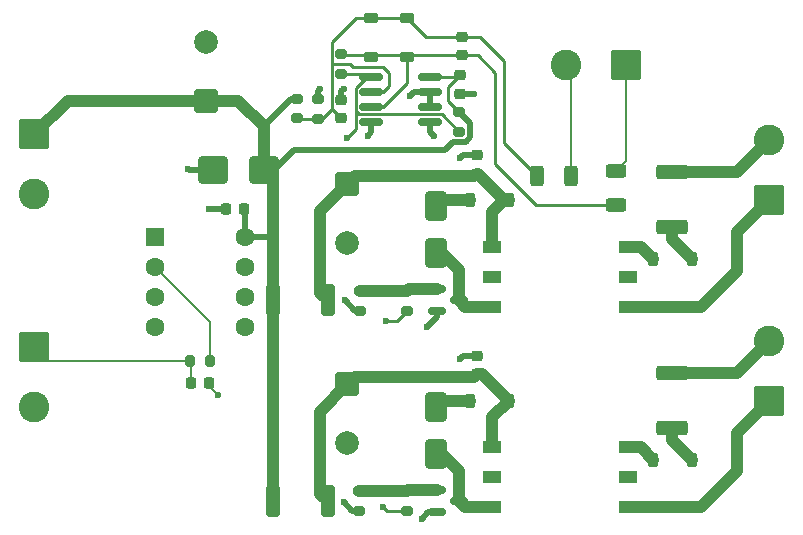
<source format=gbr>
%TF.GenerationSoftware,KiCad,Pcbnew,9.0.6*%
%TF.CreationDate,2025-12-09T22:28:09-06:00*%
%TF.ProjectId,QCW_Precharge,5143575f-5072-4656-9368-617267652e6b,rev?*%
%TF.SameCoordinates,Original*%
%TF.FileFunction,Copper,L1,Top*%
%TF.FilePolarity,Positive*%
%FSLAX46Y46*%
G04 Gerber Fmt 4.6, Leading zero omitted, Abs format (unit mm)*
G04 Created by KiCad (PCBNEW 9.0.6) date 2025-12-09 22:28:09*
%MOMM*%
%LPD*%
G01*
G04 APERTURE LIST*
G04 Aperture macros list*
%AMRoundRect*
0 Rectangle with rounded corners*
0 $1 Rounding radius*
0 $2 $3 $4 $5 $6 $7 $8 $9 X,Y pos of 4 corners*
0 Add a 4 corners polygon primitive as box body*
4,1,4,$2,$3,$4,$5,$6,$7,$8,$9,$2,$3,0*
0 Add four circle primitives for the rounded corners*
1,1,$1+$1,$2,$3*
1,1,$1+$1,$4,$5*
1,1,$1+$1,$6,$7*
1,1,$1+$1,$8,$9*
0 Add four rect primitives between the rounded corners*
20,1,$1+$1,$2,$3,$4,$5,0*
20,1,$1+$1,$4,$5,$6,$7,0*
20,1,$1+$1,$6,$7,$8,$9,0*
20,1,$1+$1,$8,$9,$2,$3,0*%
G04 Aperture macros list end*
%TA.AperFunction,SMDPad,CuDef*%
%ADD10RoundRect,0.250000X0.312500X0.625000X-0.312500X0.625000X-0.312500X-0.625000X0.312500X-0.625000X0*%
%TD*%
%TA.AperFunction,SMDPad,CuDef*%
%ADD11RoundRect,0.250000X-0.625000X0.312500X-0.625000X-0.312500X0.625000X-0.312500X0.625000X0.312500X0*%
%TD*%
%TA.AperFunction,SMDPad,CuDef*%
%ADD12R,1.600000X1.000000*%
%TD*%
%TA.AperFunction,SMDPad,CuDef*%
%ADD13RoundRect,0.225000X-0.225000X-0.250000X0.225000X-0.250000X0.225000X0.250000X-0.225000X0.250000X0*%
%TD*%
%TA.AperFunction,SMDPad,CuDef*%
%ADD14RoundRect,0.250000X0.650000X-1.000000X0.650000X1.000000X-0.650000X1.000000X-0.650000X-1.000000X0*%
%TD*%
%TA.AperFunction,ComponentPad*%
%ADD15RoundRect,0.250000X-0.750000X0.750000X-0.750000X-0.750000X0.750000X-0.750000X0.750000X0.750000X0*%
%TD*%
%TA.AperFunction,ComponentPad*%
%ADD16C,2.000000*%
%TD*%
%TA.AperFunction,SMDPad,CuDef*%
%ADD17RoundRect,0.150000X-0.825000X-0.150000X0.825000X-0.150000X0.825000X0.150000X-0.825000X0.150000X0*%
%TD*%
%TA.AperFunction,SMDPad,CuDef*%
%ADD18RoundRect,0.225000X0.250000X-0.225000X0.250000X0.225000X-0.250000X0.225000X-0.250000X-0.225000X0*%
%TD*%
%TA.AperFunction,SMDPad,CuDef*%
%ADD19RoundRect,0.200000X0.275000X-0.200000X0.275000X0.200000X-0.275000X0.200000X-0.275000X-0.200000X0*%
%TD*%
%TA.AperFunction,ComponentPad*%
%ADD20RoundRect,0.250000X1.050000X1.050000X-1.050000X1.050000X-1.050000X-1.050000X1.050000X-1.050000X0*%
%TD*%
%TA.AperFunction,ComponentPad*%
%ADD21C,2.600000*%
%TD*%
%TA.AperFunction,ComponentPad*%
%ADD22RoundRect,0.250000X-1.050000X1.050000X-1.050000X-1.050000X1.050000X-1.050000X1.050000X1.050000X0*%
%TD*%
%TA.AperFunction,SMDPad,CuDef*%
%ADD23RoundRect,0.200000X0.200000X0.275000X-0.200000X0.275000X-0.200000X-0.275000X0.200000X-0.275000X0*%
%TD*%
%TA.AperFunction,SMDPad,CuDef*%
%ADD24RoundRect,0.250000X-0.362500X-1.075000X0.362500X-1.075000X0.362500X1.075000X-0.362500X1.075000X0*%
%TD*%
%TA.AperFunction,SMDPad,CuDef*%
%ADD25RoundRect,0.250000X1.000000X0.900000X-1.000000X0.900000X-1.000000X-0.900000X1.000000X-0.900000X0*%
%TD*%
%TA.AperFunction,ComponentPad*%
%ADD26RoundRect,0.250000X0.750000X-0.750000X0.750000X0.750000X-0.750000X0.750000X-0.750000X-0.750000X0*%
%TD*%
%TA.AperFunction,SMDPad,CuDef*%
%ADD27RoundRect,0.200000X-0.275000X0.200000X-0.275000X-0.200000X0.275000X-0.200000X0.275000X0.200000X0*%
%TD*%
%TA.AperFunction,SMDPad,CuDef*%
%ADD28RoundRect,0.225000X0.225000X0.375000X-0.225000X0.375000X-0.225000X-0.375000X0.225000X-0.375000X0*%
%TD*%
%TA.AperFunction,ComponentPad*%
%ADD29RoundRect,0.250000X1.050000X-1.050000X1.050000X1.050000X-1.050000X1.050000X-1.050000X-1.050000X0*%
%TD*%
%TA.AperFunction,SMDPad,CuDef*%
%ADD30RoundRect,0.150000X-0.587500X-0.150000X0.587500X-0.150000X0.587500X0.150000X-0.587500X0.150000X0*%
%TD*%
%TA.AperFunction,ComponentPad*%
%ADD31RoundRect,0.250000X-0.550000X-0.550000X0.550000X-0.550000X0.550000X0.550000X-0.550000X0.550000X0*%
%TD*%
%TA.AperFunction,ComponentPad*%
%ADD32C,1.600000*%
%TD*%
%TA.AperFunction,SMDPad,CuDef*%
%ADD33RoundRect,0.225000X0.375000X-0.225000X0.375000X0.225000X-0.375000X0.225000X-0.375000X-0.225000X0*%
%TD*%
%TA.AperFunction,SMDPad,CuDef*%
%ADD34RoundRect,0.250000X1.075000X-0.362500X1.075000X0.362500X-1.075000X0.362500X-1.075000X-0.362500X0*%
%TD*%
%TA.AperFunction,SMDPad,CuDef*%
%ADD35RoundRect,0.225000X-0.375000X0.225000X-0.375000X-0.225000X0.375000X-0.225000X0.375000X0.225000X0*%
%TD*%
%TA.AperFunction,ViaPad*%
%ADD36C,0.600000*%
%TD*%
%TA.AperFunction,Conductor*%
%ADD37C,0.254000*%
%TD*%
%TA.AperFunction,Conductor*%
%ADD38C,0.508000*%
%TD*%
%TA.AperFunction,Conductor*%
%ADD39C,1.016000*%
%TD*%
%TA.AperFunction,Conductor*%
%ADD40C,0.200000*%
%TD*%
G04 APERTURE END LIST*
D10*
%TO.P,R2,1*%
%TO.N,Net-(J1-Pin_2)*%
X218462500Y-90000000D03*
%TO.P,R2,2*%
%TO.N,Net-(D1-A)*%
X215537500Y-90000000D03*
%TD*%
D11*
%TO.P,R1,1*%
%TO.N,Net-(J1-Pin_1)*%
X222250000Y-89537500D03*
%TO.P,R1,2*%
%TO.N,Net-(D1-K)*%
X222250000Y-92462500D03*
%TD*%
D12*
%TO.P,T2,1*%
%TO.N,Net-(D7-K)*%
X211750000Y-112960000D03*
%TO.P,T2,2*%
%TO.N,N/C*%
X211750000Y-115500000D03*
%TO.P,T2,3*%
%TO.N,Net-(D8-K)*%
X211750000Y-118040000D03*
%TO.P,T2,4*%
%TO.N,Net-(J5-Pin_1)*%
X223250000Y-118040000D03*
%TO.P,T2,5*%
%TO.N,N/C*%
X223250000Y-115500000D03*
%TO.P,T2,6*%
%TO.N,Net-(D9-A)*%
X223250000Y-112960000D03*
%TD*%
D13*
%TO.P,C4,1*%
%TO.N,GND*%
X189225000Y-92800000D03*
%TO.P,C4,2*%
%TO.N,+5V*%
X190775000Y-92800000D03*
%TD*%
D14*
%TO.P,D8,1,K*%
%TO.N,Net-(D8-K)*%
X207000000Y-113500000D03*
%TO.P,D8,2,A*%
%TO.N,Net-(D7-A)*%
X207000000Y-109500000D03*
%TD*%
D15*
%TO.P,C7,1*%
%TO.N,Net-(D5-K)*%
X199500000Y-90632323D03*
D16*
%TO.P,C7,2*%
%TO.N,GND*%
X199500000Y-95632323D03*
%TD*%
D17*
%TO.P,U3,1*%
%TO.N,ZCD_MCU*%
X201525000Y-81595000D03*
%TO.P,U3,2,-*%
%TO.N,Net-(D1-A)*%
X201525000Y-82865000D03*
%TO.P,U3,3,+*%
%TO.N,Net-(D1-K)*%
X201525000Y-84135000D03*
%TO.P,U3,4,V-*%
%TO.N,GND*%
X201525000Y-85405000D03*
%TO.P,U3,5,+*%
X206475000Y-85405000D03*
%TO.P,U3,6,-*%
X206475000Y-84135000D03*
%TO.P,U3,7*%
X206475000Y-82865000D03*
%TO.P,U3,8,V+*%
%TO.N,+5V*%
X206475000Y-81595000D03*
%TD*%
D18*
%TO.P,C2,1*%
%TO.N,GND*%
X209000000Y-83000000D03*
%TO.P,C2,2*%
%TO.N,+5V*%
X209000000Y-81450000D03*
%TD*%
D19*
%TO.P,R10,1*%
%TO.N,SCR1_MCU*%
X204562500Y-101375000D03*
%TO.P,R10,2*%
%TO.N,Net-(Q1-G)*%
X204562500Y-99725000D03*
%TD*%
D18*
%TO.P,C9,1*%
%TO.N,Net-(D7-K)*%
X210500000Y-106775000D03*
%TO.P,C9,2*%
%TO.N,GND*%
X210500000Y-105225000D03*
%TD*%
D15*
%TO.P,C10,1*%
%TO.N,Net-(D7-K)*%
X199500000Y-107632323D03*
D16*
%TO.P,C10,2*%
%TO.N,GND*%
X199500000Y-112632323D03*
%TD*%
D20*
%TO.P,J1,1,Pin_1*%
%TO.N,Net-(J1-Pin_1)*%
X223045000Y-80577500D03*
D21*
%TO.P,J1,2,Pin_2*%
%TO.N,Net-(J1-Pin_2)*%
X217965000Y-80577500D03*
%TD*%
D22*
%TO.P,J2,1,Pin_1*%
%TO.N,+5V*%
X173000000Y-86455000D03*
D21*
%TO.P,J2,2,Pin_2*%
%TO.N,GND*%
X173000000Y-91535000D03*
%TD*%
D19*
%TO.P,R12,1*%
%TO.N,SCR2_MCU*%
X204500000Y-118325000D03*
%TO.P,R12,2*%
%TO.N,Net-(Q2-G)*%
X204500000Y-116675000D03*
%TD*%
D23*
%TO.P,R15,1*%
%TO.N,Net-(U2-XTAL1{slash}PB3)*%
X187825000Y-105650000D03*
%TO.P,R15,2*%
%TO.N,Net-(J4-Pin_1)*%
X186175000Y-105650000D03*
%TD*%
D24*
%TO.P,R7,1*%
%TO.N,+5V*%
X193187500Y-100500000D03*
%TO.P,R7,2*%
%TO.N,Net-(D5-K)*%
X197812500Y-100500000D03*
%TD*%
D25*
%TO.P,D3,1,K*%
%TO.N,+5V*%
X192400000Y-89500000D03*
%TO.P,D3,2,A*%
%TO.N,GND*%
X188100000Y-89500000D03*
%TD*%
D26*
%TO.P,C5,1*%
%TO.N,+5V*%
X187500000Y-83617677D03*
D16*
%TO.P,C5,2*%
%TO.N,GND*%
X187500000Y-78617677D03*
%TD*%
D27*
%TO.P,R3,1*%
%TO.N,Net-(D1-K)*%
X198975000Y-79675000D03*
%TO.P,R3,2*%
%TO.N,ZCD_MCU*%
X198975000Y-81325000D03*
%TD*%
D28*
%TO.P,D9,1,K*%
%TO.N,Net-(D9-K)*%
X228650000Y-114000000D03*
%TO.P,D9,2,A*%
%TO.N,Net-(D9-A)*%
X225350000Y-114000000D03*
%TD*%
D22*
%TO.P,J4,1,Pin_1*%
%TO.N,Net-(J4-Pin_1)*%
X173000000Y-104420000D03*
D21*
%TO.P,J4,2,Pin_2*%
%TO.N,GND*%
X173000000Y-109500000D03*
%TD*%
D28*
%TO.P,D4,1,K*%
%TO.N,Net-(D4-K)*%
X228650000Y-97000000D03*
%TO.P,D4,2,A*%
%TO.N,Net-(D4-A)*%
X225350000Y-97000000D03*
%TD*%
D18*
%TO.P,C1,1*%
%TO.N,Net-(D1-K)*%
X209200000Y-79775000D03*
%TO.P,C1,2*%
%TO.N,Net-(D1-A)*%
X209200000Y-78225000D03*
%TD*%
D12*
%TO.P,T1,1*%
%TO.N,Net-(D5-K)*%
X211750000Y-95960000D03*
%TO.P,T1,2*%
%TO.N,N/C*%
X211750000Y-98500000D03*
%TO.P,T1,3*%
%TO.N,Net-(D6-K)*%
X211750000Y-101040000D03*
%TO.P,T1,4*%
%TO.N,Net-(J3-Pin_1)*%
X223250000Y-101040000D03*
%TO.P,T1,5*%
%TO.N,N/C*%
X223250000Y-98500000D03*
%TO.P,T1,6*%
%TO.N,Net-(D4-A)*%
X223250000Y-95960000D03*
%TD*%
D29*
%TO.P,J3,1,Pin_1*%
%TO.N,Net-(J3-Pin_1)*%
X235172500Y-92045000D03*
D21*
%TO.P,J3,2,Pin_2*%
%TO.N,Net-(J3-Pin_2)*%
X235172500Y-86965000D03*
%TD*%
D13*
%TO.P,C8,1*%
%TO.N,Net-(J4-Pin_1)*%
X186225000Y-107500000D03*
%TO.P,C8,2*%
%TO.N,GND*%
X187775000Y-107500000D03*
%TD*%
D18*
%TO.P,C6,1*%
%TO.N,Net-(D5-K)*%
X210500000Y-89775000D03*
%TO.P,C6,2*%
%TO.N,GND*%
X210500000Y-88225000D03*
%TD*%
D30*
%TO.P,Q1,1,G*%
%TO.N,Net-(Q1-G)*%
X207062500Y-99550000D03*
%TO.P,Q1,2,S*%
%TO.N,GND*%
X207062500Y-101450000D03*
%TO.P,Q1,3,D*%
%TO.N,Net-(D6-K)*%
X208937500Y-100500000D03*
%TD*%
D24*
%TO.P,R11,1*%
%TO.N,+5V*%
X193187500Y-117500000D03*
%TO.P,R11,2*%
%TO.N,Net-(D7-K)*%
X197812500Y-117500000D03*
%TD*%
D27*
%TO.P,R8,1*%
%TO.N,Net-(Q1-G)*%
X200562500Y-99725000D03*
%TO.P,R8,2*%
%TO.N,GND*%
X200562500Y-101375000D03*
%TD*%
D14*
%TO.P,D6,1,K*%
%TO.N,Net-(D6-K)*%
X207000000Y-96500000D03*
%TO.P,D6,2,A*%
%TO.N,Net-(D5-A)*%
X207000000Y-92500000D03*
%TD*%
D28*
%TO.P,D5,1,K*%
%TO.N,Net-(D5-K)*%
X213150000Y-92000000D03*
%TO.P,D5,2,A*%
%TO.N,Net-(D5-A)*%
X209850000Y-92000000D03*
%TD*%
D31*
%TO.P,U2,1,~{RESET}/PB5*%
%TO.N,unconnected-(U2-~{RESET}{slash}PB5-Pad1)*%
X183195000Y-95190000D03*
D32*
%TO.P,U2,2,XTAL1/PB3*%
%TO.N,Net-(U2-XTAL1{slash}PB3)*%
X183195000Y-97730000D03*
%TO.P,U2,3,XTAL2/PB4*%
%TO.N,unconnected-(U2-XTAL2{slash}PB4-Pad3)*%
X183195000Y-100270000D03*
%TO.P,U2,4,GND*%
%TO.N,GND*%
X183195000Y-102810000D03*
%TO.P,U2,5,AREF/PB0*%
%TO.N,SCR2_MCU*%
X190815000Y-102810000D03*
%TO.P,U2,6,PB1*%
%TO.N,SCR1_MCU*%
X190815000Y-100270000D03*
%TO.P,U2,7,PB2*%
%TO.N,ZCD_MCU*%
X190815000Y-97730000D03*
%TO.P,U2,8,VCC*%
%TO.N,+5V*%
X190815000Y-95190000D03*
%TD*%
D28*
%TO.P,D7,1,K*%
%TO.N,Net-(D7-K)*%
X213150000Y-109000000D03*
%TO.P,D7,2,A*%
%TO.N,Net-(D7-A)*%
X209850000Y-109000000D03*
%TD*%
D33*
%TO.P,D1,1,K*%
%TO.N,Net-(D1-K)*%
X201500000Y-79900000D03*
%TO.P,D1,2,A*%
%TO.N,Net-(D1-A)*%
X201500000Y-76600000D03*
%TD*%
D18*
%TO.P,C3,1*%
%TO.N,Net-(D1-A)*%
X198975000Y-85075000D03*
%TO.P,C3,2*%
%TO.N,GND*%
X198975000Y-83525000D03*
%TD*%
D27*
%TO.P,R13,1*%
%TO.N,Net-(Q2-G)*%
X200500000Y-116675000D03*
%TO.P,R13,2*%
%TO.N,GND*%
X200500000Y-118325000D03*
%TD*%
D29*
%TO.P,J5,1,Pin_1*%
%TO.N,Net-(J5-Pin_1)*%
X235172500Y-109045000D03*
D21*
%TO.P,J5,2,Pin_2*%
%TO.N,Net-(J5-Pin_2)*%
X235172500Y-103965000D03*
%TD*%
D30*
%TO.P,Q2,1,G*%
%TO.N,Net-(Q2-G)*%
X207062500Y-116550000D03*
%TO.P,Q2,2,S*%
%TO.N,GND*%
X207062500Y-118450000D03*
%TO.P,Q2,3,D*%
%TO.N,Net-(D8-K)*%
X208937500Y-117500000D03*
%TD*%
D27*
%TO.P,R5,1*%
%TO.N,+5V*%
X195250000Y-83425000D03*
%TO.P,R5,2*%
%TO.N,Net-(D1-A)*%
X195250000Y-85075000D03*
%TD*%
D19*
%TO.P,R4,1*%
%TO.N,ZCD_MCU*%
X208975000Y-86225000D03*
%TO.P,R4,2*%
%TO.N,+5V*%
X208975000Y-84575000D03*
%TD*%
D34*
%TO.P,R14,1*%
%TO.N,Net-(D9-K)*%
X227000000Y-111312500D03*
%TO.P,R14,2*%
%TO.N,Net-(J5-Pin_2)*%
X227000000Y-106687500D03*
%TD*%
D35*
%TO.P,D2,1,K*%
%TO.N,Net-(D1-A)*%
X204500000Y-76600000D03*
%TO.P,D2,2,A*%
%TO.N,Net-(D1-K)*%
X204500000Y-79900000D03*
%TD*%
D34*
%TO.P,R9,1*%
%TO.N,Net-(D4-K)*%
X227000000Y-94312500D03*
%TO.P,R9,2*%
%TO.N,Net-(J3-Pin_2)*%
X227000000Y-89687500D03*
%TD*%
D19*
%TO.P,R6,1*%
%TO.N,Net-(D1-A)*%
X196975000Y-85125000D03*
%TO.P,R6,2*%
%TO.N,GND*%
X196975000Y-83475000D03*
%TD*%
D36*
%TO.N,GND*%
X199200000Y-117600000D03*
X209000000Y-88500000D03*
X205800000Y-119000000D03*
X204800000Y-83200000D03*
X197200000Y-82600000D03*
X201200000Y-86600000D03*
X199200000Y-82600000D03*
X199250000Y-100500000D03*
X187800000Y-92800000D03*
X209000000Y-105500000D03*
X210200000Y-83000000D03*
X206800000Y-86600000D03*
X206250000Y-102750000D03*
X186000000Y-89400000D03*
X188500000Y-108500000D03*
%TO.N,ZCD_MCU*%
X199500000Y-86750000D03*
%TO.N,SCR1_MCU*%
X202750000Y-102250000D03*
%TO.N,SCR2_MCU*%
X202500000Y-118000000D03*
%TD*%
D37*
%TO.N,Net-(D1-K)*%
X212000000Y-81250000D02*
X212000000Y-89000000D01*
X204200000Y-79750000D02*
X199050000Y-79750000D01*
X204500000Y-82134999D02*
X204500000Y-80050000D01*
X204775000Y-79775000D02*
X210525000Y-79775000D01*
X204500000Y-80050000D02*
X204775000Y-79775000D01*
X215462500Y-92462500D02*
X222250000Y-92462500D01*
X210525000Y-79775000D02*
X212000000Y-81250000D01*
X204500000Y-80050000D02*
X204200000Y-79750000D01*
X212000000Y-89000000D02*
X215462500Y-92462500D01*
X199050000Y-79750000D02*
X198975000Y-79675000D01*
X202499999Y-84135000D02*
X204500000Y-82134999D01*
X201525000Y-84135000D02*
X202499999Y-84135000D01*
%TO.N,Net-(D1-A)*%
X201525000Y-82865000D02*
X202499999Y-82865000D01*
X198172000Y-80900754D02*
X198172000Y-84272000D01*
X209200000Y-78225000D02*
X206125000Y-78225000D01*
X202500000Y-80750000D02*
X200000000Y-80750000D01*
X200236377Y-76600000D02*
X198172000Y-78664377D01*
X203000000Y-81250000D02*
X202500000Y-80750000D01*
X210725000Y-78225000D02*
X212750000Y-80250000D01*
X196975000Y-85125000D02*
X197319000Y-85125000D01*
X200000000Y-80750000D02*
X199750000Y-80500000D01*
X199750000Y-80500000D02*
X198172000Y-80500000D01*
X195300000Y-85125000D02*
X195250000Y-85075000D01*
X201500000Y-76600000D02*
X200236377Y-76600000D01*
X204500000Y-76600000D02*
X201500000Y-76600000D01*
X197319000Y-85125000D02*
X198172000Y-84272000D01*
X212750000Y-80250000D02*
X212750000Y-87212500D01*
X198172000Y-84272000D02*
X198975000Y-85075000D01*
X206125000Y-78225000D02*
X204500000Y-76600000D01*
X212750000Y-87212500D02*
X215537500Y-90000000D01*
X197000000Y-85150000D02*
X196975000Y-85125000D01*
X202499999Y-82865000D02*
X203000000Y-82364999D01*
X209200000Y-78225000D02*
X210725000Y-78225000D01*
X198172000Y-78664377D02*
X198172000Y-80900754D01*
X203000000Y-82364999D02*
X203000000Y-81250000D01*
X196975000Y-85125000D02*
X195300000Y-85125000D01*
D38*
%TO.N,+5V*%
X190815000Y-95190000D02*
X190815000Y-92840000D01*
D39*
X193187500Y-97000000D02*
X193187500Y-95000000D01*
D37*
X206475000Y-81595000D02*
X208855000Y-81595000D01*
D38*
X192400000Y-89500000D02*
X193250000Y-89500000D01*
D39*
X193187500Y-90287500D02*
X193187500Y-95000000D01*
D38*
X190815000Y-92840000D02*
X190775000Y-92800000D01*
X194742677Y-83425000D02*
X192400000Y-85767677D01*
X209905000Y-86701852D02*
X209905000Y-85505000D01*
D39*
X192400000Y-85767677D02*
X190250000Y-83617677D01*
D38*
X207753148Y-87750000D02*
X208423148Y-87080000D01*
D39*
X193187500Y-117500000D02*
X193187500Y-100500000D01*
D37*
X208000000Y-82450000D02*
X208000000Y-83600000D01*
X208855000Y-81595000D02*
X209000000Y-81450000D01*
D38*
X209526852Y-87080000D02*
X209905000Y-86701852D01*
D39*
X192400000Y-89500000D02*
X192400000Y-85767677D01*
D38*
X190815000Y-95190000D02*
X192997500Y-95190000D01*
D39*
X192400000Y-89500000D02*
X193187500Y-90287500D01*
D38*
X195000000Y-87750000D02*
X207753148Y-87750000D01*
D39*
X175837323Y-83617677D02*
X173000000Y-86455000D01*
D38*
X195250000Y-83425000D02*
X194742677Y-83425000D01*
X209905000Y-85505000D02*
X208975000Y-84575000D01*
D39*
X190250000Y-83617677D02*
X175837323Y-83617677D01*
D38*
X193250000Y-89500000D02*
X195000000Y-87750000D01*
D37*
X208000000Y-83600000D02*
X208975000Y-84575000D01*
D38*
X192997500Y-95190000D02*
X193187500Y-95000000D01*
D37*
X209000000Y-81450000D02*
X208000000Y-82450000D01*
D39*
X193187500Y-100500000D02*
X193187500Y-97000000D01*
D38*
X208423148Y-87080000D02*
X209526852Y-87080000D01*
%TO.N,GND*%
X209000000Y-83000000D02*
X210200000Y-83000000D01*
X206350000Y-118450000D02*
X205800000Y-119000000D01*
X200500000Y-118325000D02*
X199925000Y-118325000D01*
X196975000Y-83475000D02*
X196975000Y-82825000D01*
X207062500Y-118450000D02*
X206350000Y-118450000D01*
X206475000Y-84135000D02*
X206475000Y-82865000D01*
X210500000Y-88225000D02*
X209275000Y-88225000D01*
X209275000Y-88225000D02*
X209000000Y-88500000D01*
X199925000Y-118325000D02*
X199200000Y-117600000D01*
X206475000Y-82865000D02*
X205135000Y-82865000D01*
X207062500Y-101450000D02*
X207062500Y-101937500D01*
X201525000Y-86275000D02*
X201200000Y-86600000D01*
X186100000Y-89500000D02*
X186000000Y-89400000D01*
X188100000Y-89500000D02*
X186100000Y-89500000D01*
X201525000Y-85405000D02*
X201525000Y-86275000D01*
X198975000Y-82825000D02*
X199200000Y-82600000D01*
X189225000Y-92800000D02*
X187800000Y-92800000D01*
X209275000Y-105225000D02*
X209000000Y-105500000D01*
X210500000Y-105225000D02*
X209275000Y-105225000D01*
X205135000Y-82865000D02*
X204800000Y-83200000D01*
D40*
X187775000Y-107500000D02*
X187775000Y-107775000D01*
D38*
X207062500Y-101937500D02*
X206250000Y-102750000D01*
X196975000Y-82825000D02*
X197200000Y-82600000D01*
D40*
X187775000Y-107775000D02*
X188500000Y-108500000D01*
D38*
X200562500Y-101375000D02*
X200125000Y-101375000D01*
X206475000Y-86275000D02*
X206800000Y-86600000D01*
X200125000Y-101375000D02*
X199250000Y-100500000D01*
X206475000Y-85405000D02*
X206475000Y-86275000D01*
X198975000Y-83525000D02*
X198975000Y-82825000D01*
D39*
%TO.N,Net-(D5-K)*%
X200132323Y-90000000D02*
X210225000Y-90000000D01*
X210525000Y-89775000D02*
X212750000Y-92000000D01*
X212750000Y-92000000D02*
X213150000Y-92000000D01*
X197200000Y-92932323D02*
X199500000Y-90632323D01*
X212750000Y-92000000D02*
X211750000Y-93000000D01*
X210500000Y-89775000D02*
X210525000Y-89775000D01*
X211750000Y-93000000D02*
X211750000Y-95960000D01*
X197200000Y-99887500D02*
X197200000Y-92932323D01*
X199500000Y-90632323D02*
X200132323Y-90000000D01*
X197812500Y-100500000D02*
X197200000Y-99887500D01*
D40*
%TO.N,Net-(J4-Pin_1)*%
X186175000Y-105650000D02*
X174230000Y-105650000D01*
X186225000Y-107500000D02*
X186225000Y-105700000D01*
X186225000Y-105700000D02*
X186175000Y-105650000D01*
X174230000Y-105650000D02*
X173000000Y-104420000D01*
D39*
%TO.N,Net-(D7-K)*%
X197200000Y-109932323D02*
X199500000Y-107632323D01*
X200132323Y-107000000D02*
X210225000Y-107000000D01*
X197812500Y-117500000D02*
X197200000Y-116887500D01*
X210925000Y-106775000D02*
X213150000Y-109000000D01*
X213150000Y-109000000D02*
X211750000Y-110400000D01*
X199500000Y-107632323D02*
X200132323Y-107000000D01*
X210500000Y-106775000D02*
X210925000Y-106775000D01*
X197200000Y-116887500D02*
X197200000Y-109932323D01*
X211750000Y-110400000D02*
X211750000Y-112960000D01*
%TO.N,Net-(D4-K)*%
X227000000Y-94312500D02*
X227000000Y-95350000D01*
X227000000Y-95350000D02*
X228650000Y-97000000D01*
%TO.N,Net-(D4-A)*%
X224310000Y-95960000D02*
X225350000Y-97000000D01*
X223250000Y-95960000D02*
X224310000Y-95960000D01*
%TO.N,Net-(D5-A)*%
X209850000Y-92000000D02*
X207500000Y-92000000D01*
X207500000Y-92000000D02*
X207000000Y-92500000D01*
%TO.N,Net-(D6-K)*%
X211750000Y-101040000D02*
X209477500Y-101040000D01*
X209477500Y-101040000D02*
X208937500Y-100500000D01*
X208937500Y-100500000D02*
X208937500Y-97937500D01*
X208937500Y-97937500D02*
X207500000Y-96500000D01*
%TO.N,Net-(D7-A)*%
X207500000Y-109000000D02*
X207000000Y-109500000D01*
X209850000Y-109000000D02*
X207500000Y-109000000D01*
%TO.N,Net-(D8-K)*%
X211750000Y-118040000D02*
X209477500Y-118040000D01*
X209477500Y-118040000D02*
X208937500Y-117500000D01*
X208937500Y-117500000D02*
X208937500Y-114937500D01*
X208937500Y-114937500D02*
X207500000Y-113500000D01*
%TO.N,Net-(D9-K)*%
X227000000Y-112350000D02*
X228650000Y-114000000D01*
X227000000Y-111312500D02*
X227000000Y-112350000D01*
%TO.N,Net-(D9-A)*%
X224310000Y-112960000D02*
X225350000Y-114000000D01*
X223250000Y-112960000D02*
X224310000Y-112960000D01*
D40*
%TO.N,Net-(J1-Pin_1)*%
X223045000Y-88742500D02*
X223045000Y-80577500D01*
X222250000Y-89537500D02*
X223045000Y-88742500D01*
%TO.N,Net-(J1-Pin_2)*%
X218462500Y-81075000D02*
X217965000Y-80577500D01*
X218462500Y-90000000D02*
X218462500Y-81075000D01*
D39*
%TO.N,Net-(J3-Pin_2)*%
X232450000Y-89687500D02*
X227000000Y-89687500D01*
X235172500Y-86965000D02*
X232450000Y-89687500D01*
%TO.N,Net-(J3-Pin_1)*%
X229460000Y-101040000D02*
X232500000Y-98000000D01*
X223250000Y-101040000D02*
X229460000Y-101040000D01*
X232500000Y-98000000D02*
X232500000Y-94717500D01*
X232500000Y-94717500D02*
X235172500Y-92045000D01*
%TO.N,Net-(J5-Pin_1)*%
X223250000Y-118040000D02*
X229460000Y-118040000D01*
X232500000Y-115000000D02*
X232500000Y-111717500D01*
X229460000Y-118040000D02*
X232500000Y-115000000D01*
X232500000Y-111717500D02*
X235172500Y-109045000D01*
%TO.N,Net-(J5-Pin_2)*%
X232450000Y-106687500D02*
X235172500Y-103965000D01*
X227000000Y-106687500D02*
X232450000Y-106687500D01*
%TO.N,Net-(Q1-G)*%
X207062500Y-99550000D02*
X204737500Y-99550000D01*
X204737500Y-99550000D02*
X204562500Y-99725000D01*
X204562500Y-99725000D02*
X200562500Y-99725000D01*
%TO.N,Net-(Q2-G)*%
X207062500Y-116550000D02*
X204625000Y-116550000D01*
X204500000Y-116675000D02*
X200500000Y-116675000D01*
X204625000Y-116550000D02*
X204500000Y-116675000D01*
D37*
%TO.N,ZCD_MCU*%
X199500000Y-86750000D02*
X200222000Y-86028000D01*
X208975000Y-86225000D02*
X207513000Y-84763000D01*
X200222000Y-84487150D02*
X200222000Y-84250000D01*
X200497850Y-84763000D02*
X200222000Y-84487150D01*
X198975000Y-81325000D02*
X201255000Y-81325000D01*
X200222000Y-82512850D02*
X201139850Y-81595000D01*
X200222000Y-86028000D02*
X200222000Y-84487150D01*
X207513000Y-84763000D02*
X200497850Y-84763000D01*
X201139850Y-81595000D02*
X201525000Y-81595000D01*
X200222000Y-84250000D02*
X200222000Y-82512850D01*
X201255000Y-81325000D02*
X201525000Y-81595000D01*
%TO.N,SCR1_MCU*%
X202750000Y-102250000D02*
X203687500Y-102250000D01*
X203687500Y-102250000D02*
X204562500Y-101375000D01*
%TO.N,SCR2_MCU*%
X202500000Y-118000000D02*
X202825000Y-118325000D01*
X202825000Y-118325000D02*
X204500000Y-118325000D01*
D40*
%TO.N,Net-(U2-XTAL1{slash}PB3)*%
X187825000Y-105650000D02*
X187825000Y-102360000D01*
X187825000Y-102360000D02*
X183195000Y-97730000D01*
%TD*%
M02*

</source>
